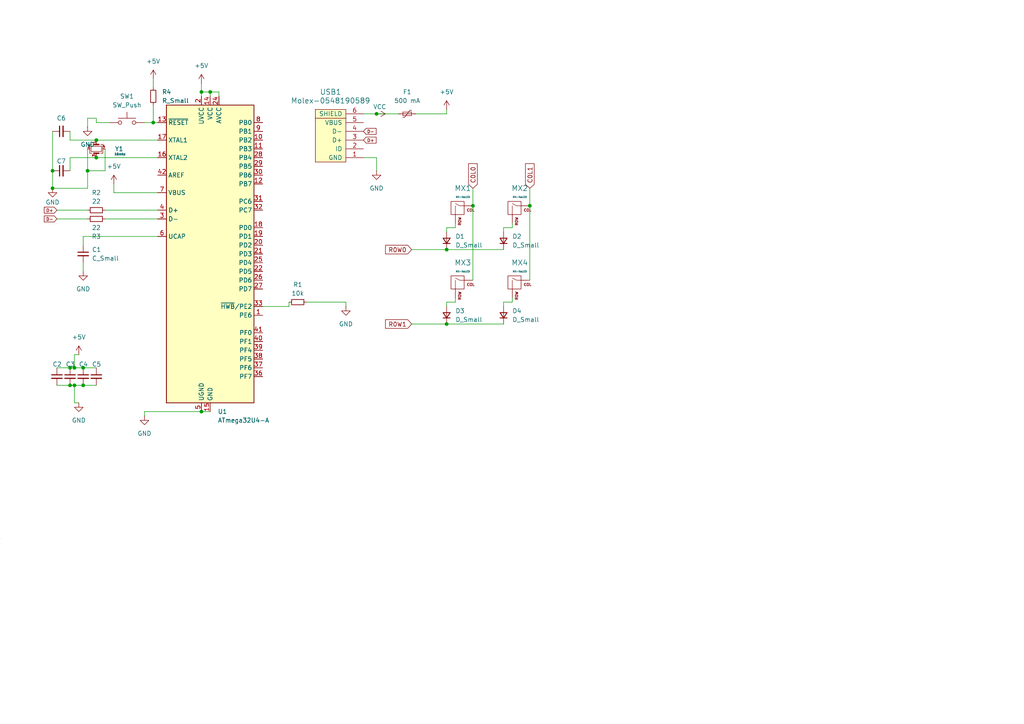
<source format=kicad_sch>
(kicad_sch (version 20231120) (generator "eeschema") (generator_version "8.0")
  (paper "A4")
  (lib_symbols
    (symbol "Device:C_Small" (pin_numbers hide) (pin_names (offset 0.254) hide)
      (property "Reference" "C" (at 0.254 1.778 0))
      (property "Value" "C_Small" (at 0.254 -2.032 0))
      (symbol "C_Small_0_1"
        (polyline (pts (xy -1.524 -0.508) (xy 1.524 -0.508)) (stroke (width 0.3302)))
        (polyline (pts (xy -1.524 0.508) (xy 1.524 0.508)) (stroke (width 0.3048)))
      )
      (symbol "C_Small_1_1"
        (pin passive line (at 0 2.54 270) (length 2.032) (name "~") (number "1"))
        (pin passive line (at 0 -2.54 90) (length 2.032) (name "~") (number "2"))
      )
    )
    (symbol "Device:Crystal_GND24_Small" (pin_names (offset 1.016) hide)
      (property "Reference" "Y" (at 1.27 4.445 0))
      (property "Value" "Crystal_GND24_Small" (at 1.27 2.54 0))
      (symbol "Crystal_GND24_Small_0_1"
        (rectangle (start -0.762 -1.524) (end 0.762 1.524))
        (polyline (pts (xy -1.27 -0.762) (xy -1.27 0.762)) (stroke (width 0.381)))
        (polyline (pts (xy 1.27 -0.762) (xy 1.27 0.762)) (stroke (width 0.381)))
        (polyline (pts (xy -1.27 -1.27) (xy -1.27 -1.905) (xy 1.27 -1.905) (xy 1.27 -1.27)))
        (polyline (pts (xy -1.27 1.27) (xy -1.27 1.905) (xy 1.27 1.905) (xy 1.27 1.27)))
      )
      (symbol "Crystal_GND24_Small_1_1"
        (pin passive line (at -2.54 0 0) (length 1.27) (name "1") (number "1"))
        (pin passive line (at 0 -2.54 90) (length 0.635) (name "2") (number "2"))
        (pin passive line (at 2.54 0 180) (length 1.27) (name "3") (number "3"))
        (pin passive line (at 0 2.54 270) (length 0.635) (name "4") (number "4"))
      )
    )
    (symbol "Device:D_Small" (pin_numbers hide) (pin_names (offset 0.254) hide)
      (property "Reference" "D" (at -1.27 2.032 0))
      (property "Value" "D_Small" (at -3.81 -2.032 0))
      (symbol "D_Small_0_1"
        (polyline (pts (xy -0.762 -1.016) (xy -0.762 1.016)) (stroke (width 0.254)))
        (polyline (pts (xy -0.762 0) (xy 0.762 0)))
        (polyline (pts (xy 0.762 -1.016) (xy -0.762 0) (xy 0.762 1.016) (xy 0.762 -1.016)) (stroke (width 0.254)))
      )
      (symbol "D_Small_1_1"
        (pin passive line (at -2.54 0 0) (length 1.778) (name "K") (number "1"))
        (pin passive line (at 2.54 0 180) (length 1.778) (name "A") (number "2"))
      )
    )
    (symbol "Device:Polyfuse_Small" (pin_numbers hide) (pin_names (offset 0))
      (property "Reference" "F" (at -1.905 0 90))
      (property "Value" "Polyfuse_Small" (at 1.905 0 90))
      (symbol "Polyfuse_Small_0_1"
        (rectangle (start -0.508 1.27) (end 0.508 -1.27))
        (polyline (pts (xy 0 2.54) (xy 0 -2.54)))
        (polyline (pts (xy -1.016 1.27) (xy -1.016 0.762) (xy 1.016 -0.762) (xy 1.016 -1.27)))
      )
      (symbol "Polyfuse_Small_1_1"
        (pin passive line (at 0 2.54 270) (length 0.635) (name "~") (number "1"))
        (pin passive line (at 0 -2.54 90) (length 0.635) (name "~") (number "2"))
      )
    )
    (symbol "Device:R_Small" (pin_numbers hide) (pin_names (offset 0.254) hide)
      (property "Reference" "R" (at 0.762 0.508 0))
      (property "Value" "R_Small" (at 0.762 -1.016 0))
      (symbol "R_Small_0_1"
        (rectangle (start -0.762 1.778) (end 0.762 -1.778) (stroke (width 0.2032)))
      )
      (symbol "R_Small_1_1"
        (pin passive line (at 0 2.54 270) (length 0.762) (name "~") (number "1"))
        (pin passive line (at 0 -2.54 90) (length 0.762) (name "~") (number "2"))
      )
    )
    (symbol "MCU_Microchip_ATmega:ATmega32U4-A"
      (property "Reference" "U" (at -12.7 44.45 0))
      (property "Value" "ATmega32U4-A" (at 2.54 -44.45 0))
      (symbol "ATmega32U4-A_0_1"
        (rectangle (start -12.7 -43.18) (end 12.7 43.18) (stroke (width 0.254)) (fill (type background)))
      )
      (symbol "ATmega32U4-A_1_1"
        (pin bidirectional line (at 15.24 -17.78 180) (length 2.54) (name "PE6") (number "1"))
        (pin bidirectional line (at 15.24 33.02 180) (length 2.54) (name "PB2") (number "10"))
        (pin bidirectional line (at 15.24 30.48 180) (length 2.54) (name "PB3") (number "11"))
        (pin bidirectional line (at 15.24 20.32 180) (length 2.54) (name "PB7") (number "12"))
        (pin input line (at -15.24 38.1 0) (length 2.54) (name "~{RESET}") (number "13"))
        (pin power_in line (at 0 45.72 270) (length 2.54) (name "VCC") (number "14"))
        (pin power_in line (at 0 -45.72 90) (length 2.54) (name "GND") (number "15"))
        (pin output line (at -15.24 27.94 0) (length 2.54) (name "XTAL2") (number "16"))
        (pin input line (at -15.24 33.02 0) (length 2.54) (name "XTAL1") (number "17"))
        (pin bidirectional line (at 15.24 7.62 180) (length 2.54) (name "PD0") (number "18"))
        (pin bidirectional line (at 15.24 5.08 180) (length 2.54) (name "PD1") (number "19"))
        (pin power_in line (at -2.54 45.72 270) (length 2.54) (name "UVCC") (number "2"))
        (pin bidirectional line (at 15.24 2.54 180) (length 2.54) (name "PD2") (number "20"))
        (pin bidirectional line (at 15.24 0 180) (length 2.54) (name "PD3") (number "21"))
        (pin bidirectional line (at 15.24 -5.08 180) (length 2.54) (name "PD5") (number "22"))
        (pin passive line (at 0 -45.72 90) (length 2.54) hide (name "GND") (number "23"))
        (pin power_in line (at 2.54 45.72 270) (length 2.54) (name "AVCC") (number "24"))
        (pin bidirectional line (at 15.24 -2.54 180) (length 2.54) (name "PD4") (number "25"))
        (pin bidirectional line (at 15.24 -7.62 180) (length 2.54) (name "PD6") (number "26"))
        (pin bidirectional line (at 15.24 -10.16 180) (length 2.54) (name "PD7") (number "27"))
        (pin bidirectional line (at 15.24 27.94 180) (length 2.54) (name "PB4") (number "28"))
        (pin bidirectional line (at 15.24 25.4 180) (length 2.54) (name "PB5") (number "29"))
        (pin bidirectional line (at -15.24 10.16 0) (length 2.54) (name "D-") (number "3"))
        (pin bidirectional line (at 15.24 22.86 180) (length 2.54) (name "PB6") (number "30"))
        (pin bidirectional line (at 15.24 15.24 180) (length 2.54) (name "PC6") (number "31"))
        (pin bidirectional line (at 15.24 12.7 180) (length 2.54) (name "PC7") (number "32"))
        (pin bidirectional line (at 15.24 -15.24 180) (length 2.54) (name "~{HWB}/PE2") (number "33"))
        (pin passive line (at 0 45.72 270) (length 2.54) hide (name "VCC") (number "34"))
        (pin passive line (at 0 -45.72 90) (length 2.54) hide (name "GND") (number "35"))
        (pin bidirectional line (at 15.24 -35.56 180) (length 2.54) (name "PF7") (number "36"))
        (pin bidirectional line (at 15.24 -33.02 180) (length 2.54) (name "PF6") (number "37"))
        (pin bidirectional line (at 15.24 -30.48 180) (length 2.54) (name "PF5") (number "38"))
        (pin bidirectional line (at 15.24 -27.94 180) (length 2.54) (name "PF4") (number "39"))
        (pin bidirectional line (at -15.24 12.7 0) (length 2.54) (name "D+") (number "4"))
        (pin bidirectional line (at 15.24 -25.4 180) (length 2.54) (name "PF1") (number "40"))
        (pin bidirectional line (at 15.24 -22.86 180) (length 2.54) (name "PF0") (number "41"))
        (pin passive line (at -15.24 22.86 0) (length 2.54) (name "AREF") (number "42"))
        (pin passive line (at 0 -45.72 90) (length 2.54) hide (name "GND") (number "43"))
        (pin passive line (at 2.54 45.72 270) (length 2.54) hide (name "AVCC") (number "44"))
        (pin passive line (at -2.54 -45.72 90) (length 2.54) (name "UGND") (number "5"))
        (pin passive line (at -15.24 5.08 0) (length 2.54) (name "UCAP") (number "6"))
        (pin input line (at -15.24 17.78 0) (length 2.54) (name "VBUS") (number "7"))
        (pin bidirectional line (at 15.24 38.1 180) (length 2.54) (name "PB0") (number "8"))
        (pin bidirectional line (at 15.24 35.56 180) (length 2.54) (name "PB1") (number "9"))
      )
    )
    (symbol "MX_Alps_Hybrid:MX-NoLED" (pin_names (offset 1.016))
      (property "Reference" "MX" (at -0.635 3.81 0))
      (property "Value" "MX-NoLED" (at -0.635 1.27 0))
      (symbol "MX-NoLED_0_0"
        (rectangle (start -2.54 2.54) (end 1.27 -1.27))
        (polyline (pts (xy -1.27 -1.27) (xy -1.27 1.27)) (stroke (width 0.127)))
        (polyline (pts (xy 1.27 1.27) (xy 0 1.27) (xy -1.27 1.905)) (stroke (width 0.127)))
        (text "COL" (at 3.175 0 0) (effects (font (size 0.762 0.762))))
        (text "ROW" (at 0 -1.905 900) (effects (font (size 0.762 0.762)) (justify right)))
      )
      (symbol "MX-NoLED_1_1"
        (pin passive line (at 3.81 1.27 180) (length 2.54) (name "COL") (number "1"))
        (pin passive line (at -1.27 -3.81 90) (length 2.54) (name "ROW") (number "2"))
      )
    )
    (symbol "Switch:SW_Push" (pin_numbers hide) (pin_names (offset 1.016) hide)
      (property "Reference" "SW" (at 1.27 2.54 0))
      (property "Value" "SW_Push" (at 0 -1.524 0))
      (symbol "SW_Push_0_1"
        (circle (center -2.032 0) (radius 0.508))
        (polyline (pts (xy 0 1.27) (xy 0 3.048)))
        (polyline (pts (xy 2.54 1.27) (xy -2.54 1.27)))
        (circle (center 2.032 0) (radius 0.508))
        (pin passive line (at -5.08 0 0) (length 2.54) (name "1") (number "1"))
        (pin passive line (at 5.08 0 180) (length 2.54) (name "2") (number "2"))
      )
    )
    (symbol "power:+5V" (power) (pin_numbers hide) (pin_names (offset 0) hide)
      (property "Value" "+5V" (at 0 3.556 0))
      (symbol "+5V_0_1"
        (polyline (pts (xy -0.762 1.27) (xy 0 2.54)))
        (polyline (pts (xy 0 0) (xy 0 2.54)))
        (polyline (pts (xy 0 2.54) (xy 0.762 1.27)))
      )
      (symbol "+5V_1_1"
        (pin power_in line (at 0 0 90) (length 0) (name "~") (number "1"))
      )
    )
    (symbol "power:GND" (power) (pin_numbers hide) (pin_names (offset 0) hide)
      (property "Value" "GND" (at 0 -3.81 0))
      (symbol "GND_0_1"
        (polyline (pts (xy 0 0) (xy 0 -1.27) (xy 1.27 -1.27) (xy 0 -2.54) (xy -1.27 -1.27) (xy 0 -1.27)))
      )
      (symbol "GND_1_1"
        (pin power_in line (at 0 0 270) (length 0) (name "~") (number "1"))
      )
    )
    (symbol "power:VCC" (power) (pin_numbers hide) (pin_names (offset 0) hide)
      (property "Value" "VCC" (at 0 3.556 0))
      (symbol "VCC_0_1"
        (polyline (pts (xy -0.762 1.27) (xy 0 2.54)))
        (polyline (pts (xy 0 0) (xy 0 2.54)))
        (polyline (pts (xy 0 2.54) (xy 0.762 1.27)))
      )
      (symbol "VCC_1_1"
        (pin power_in line (at 0 0 90) (length 0) (name "~") (number "1"))
      )
    )
    (symbol "random-keyboard-parts:Molex-0548190589" (pin_names (offset 1.016))
      (property "Reference" "USB" (at 0 7.62 0))
      (property "Value" "Molex-0548190589" (at 0 10.16 0))
      (symbol "Molex-0548190589_0_0"
        (polyline (pts (xy 6.35 -2.54) (xy 6.35 6.35)))
        (rectangle (start 8.89 -2.54) (end -6.35 6.35) (fill (type background)))
      )
      (symbol "Molex-0548190589_1_1"
        (pin input line (at -5.08 -7.62 90) (length 5.08) (name "GND") (number "1"))
        (pin input line (at -2.54 -7.62 90) (length 5.08) (name "ID") (number "2"))
        (pin input line (at 0 -7.62 90) (length 5.08) (name "D+") (number "3"))
        (pin input line (at 2.54 -7.62 90) (length 5.08) (name "D-") (number "4"))
        (pin input line (at 5.08 -7.62 90) (length 5.08) (name "VBUS") (number "5"))
        (pin input line (at 7.62 -7.62 90) (length 5.08) (name "SHIELD") (number "6"))
      )
    )
  )
  (junction (at 129.54 72.39))
  (junction (at 137.16 59.69))
  (junction (at 24.13 111.76))
  (junction (at 58.42 26.67))
  (junction (at 27.94 40.64))
  (junction (at 109.22 33.02))
  (junction (at 129.54 93.98))
  (junction (at 15.24 54.61))
  (junction (at 21.59 111.76))
  (junction (at 27.94 45.72))
  (junction (at 44.45 35.56))
  (junction (at 25.4 49.53))
  (junction (at 24.13 106.68))
  (junction (at 15.24 49.53))
  (junction (at 21.59 106.68))
  (junction (at 153.67 59.69))
  (junction (at 20.32 106.68))
  (junction (at 58.42 119.38))
  (junction (at 60.96 26.67))
  (junction (at 20.32 111.76))
  (bus_entry (at -2.54 153.67) (size 2.54 2.54))
  (wire (pts (xy 105.41 33.02) (xy 109.22 33.02)))
  (wire (pts (xy 148.59 86.36) (xy 148.59 87.63)))
  (wire (pts (xy 21.59 106.68) (xy 24.13 106.68)))
  (wire (pts (xy 132.08 66.04) (xy 129.54 66.04)))
  (wire (pts (xy 137.16 54.61) (xy 137.16 59.69)))
  (wire (pts (xy 132.08 87.63) (xy 129.54 87.63)))
  (wire (pts (xy 109.22 45.72) (xy 109.22 49.53)))
  (wire (pts (xy 146.05 87.63) (xy 146.05 88.9)))
  (wire (pts (xy 20.32 38.1) (xy 20.32 40.64)))
  (wire (pts (xy 24.13 106.68) (xy 27.94 106.68)))
  (wire (pts (xy 25.4 43.18) (xy 25.4 49.53)))
  (wire (pts (xy 146.05 66.04) (xy 146.05 67.31)))
  (wire (pts (xy 30.48 60.96) (xy 45.72 60.96)))
  (wire (pts (xy 21.59 111.76) (xy 24.13 111.76)))
  (wire (pts (xy 119.38 72.39) (xy 129.54 72.39)))
  (wire (pts (xy 129.54 93.98) (xy 146.05 93.98)))
  (wire (pts (xy 63.5 26.67) (xy 63.5 27.94)))
  (wire (pts (xy 24.13 111.76) (xy 27.94 111.76)))
  (wire (pts (xy 20.32 106.68) (xy 21.59 106.68)))
  (wire (pts (xy 21.59 116.84) (xy 22.86 116.84)))
  (wire (pts (xy 129.54 72.39) (xy 146.05 72.39)))
  (wire (pts (xy 16.51 106.68) (xy 20.32 106.68)))
  (wire (pts (xy 24.13 68.58) (xy 24.13 71.12)))
  (wire (pts (xy 15.24 54.61) (xy 25.4 54.61)))
  (wire (pts (xy 58.42 26.67) (xy 58.42 27.94)))
  (wire (pts (xy 27.94 35.56) (xy 27.94 34.29)))
  (wire (pts (xy 58.42 24.13) (xy 58.42 26.67)))
  (wire (pts (xy 148.59 66.04) (xy 146.05 66.04)))
  (wire (pts (xy 58.42 26.67) (xy 60.96 26.67)))
  (wire (pts (xy 27.94 34.29) (xy 25.4 34.29)))
  (wire (pts (xy 132.08 86.36) (xy 132.08 87.63)))
  (wire (pts (xy 20.32 111.76) (xy 21.59 111.76)))
  (wire (pts (xy 16.51 60.96) (xy 25.4 60.96)))
  (wire (pts (xy 44.45 22.86) (xy 44.45 25.4)))
  (wire (pts (xy 44.45 30.48) (xy 44.45 35.56)))
  (wire (pts (xy 33.02 53.34) (xy 33.02 55.88)))
  (wire (pts (xy 58.42 119.38) (xy 60.96 119.38)))
  (wire (pts (xy 24.13 68.58) (xy 45.72 68.58)))
  (wire (pts (xy 27.94 45.72) (xy 45.72 45.72)))
  (wire (pts (xy 109.22 33.02) (xy 115.57 33.02)))
  (wire (pts (xy 21.59 111.76) (xy 21.59 116.84)))
  (wire (pts (xy 15.24 49.53) (xy 15.24 54.61)))
  (wire (pts (xy 45.72 40.64) (xy 27.94 40.64)))
  (wire (pts (xy 20.32 45.72) (xy 27.94 45.72)))
  (wire (pts (xy 148.59 87.63) (xy 146.05 87.63)))
  (wire (pts (xy 153.67 59.69) (xy 153.67 81.28)))
  (wire (pts (xy 25.4 49.53) (xy 30.48 49.53)))
  (wire (pts (xy 105.41 45.72) (xy 109.22 45.72)))
  (wire (pts (xy 60.96 26.67) (xy 60.96 27.94)))
  (wire (pts (xy 100.33 87.63) (xy 100.33 88.9)))
  (wire (pts (xy 41.91 119.38) (xy 41.91 120.65)))
  (wire (pts (xy 31.75 35.56) (xy 27.94 35.56)))
  (wire (pts (xy 16.51 111.76) (xy 20.32 111.76)))
  (wire (pts (xy 25.4 49.53) (xy 25.4 54.61)))
  (wire (pts (xy 30.48 63.5) (xy 45.72 63.5)))
  (wire (pts (xy 24.13 76.2) (xy 24.13 78.74)))
  (wire (pts (xy 41.91 35.56) (xy 44.45 35.56)))
  (wire (pts (xy 119.38 93.98) (xy 129.54 93.98)))
  (wire (pts (xy 33.02 55.88) (xy 45.72 55.88)))
  (wire (pts (xy 27.94 40.64) (xy 20.32 40.64)))
  (wire (pts (xy 148.59 64.77) (xy 148.59 66.04)))
  (wire (pts (xy 21.59 102.87) (xy 22.86 102.87)))
  (wire (pts (xy 129.54 66.04) (xy 129.54 67.31)))
  (wire (pts (xy 88.9 87.63) (xy 100.33 87.63)))
  (wire (pts (xy 60.96 26.67) (xy 63.5 26.67)))
  (wire (pts (xy 83.82 87.63) (xy 83.82 88.9)))
  (wire (pts (xy 129.54 87.63) (xy 129.54 88.9)))
  (wire (pts (xy 41.91 119.38) (xy 58.42 119.38)))
  (wire (pts (xy 76.2 88.9) (xy 83.82 88.9)))
  (wire (pts (xy 129.54 31.75) (xy 129.54 33.02)))
  (wire (pts (xy 137.16 59.69) (xy 137.16 81.28)))
  (wire (pts (xy 21.59 106.68) (xy 21.59 102.87)))
  (wire (pts (xy 20.32 49.53) (xy 20.32 45.72)))
  (wire (pts (xy 15.24 38.1) (xy 15.24 49.53)))
  (wire (pts (xy 25.4 34.29) (xy 25.4 36.83)))
  (wire (pts (xy 132.08 64.77) (xy 132.08 66.04)))
  (wire (pts (xy 120.65 33.02) (xy 129.54 33.02)))
  (wire (pts (xy 16.51 63.5) (xy 25.4 63.5)))
  (wire (pts (xy 153.67 54.61) (xy 153.67 59.69)))
  (wire (pts (xy 44.45 35.56) (xy 45.72 35.56)))
  (wire (pts (xy 30.48 43.18) (xy 30.48 49.53)))
  (global_label "D+" (shape input) (at 16.51 60.96 180) (effects (font (size 0.889 0.889))) (property "Intersheetrefs" "${INTERSHEET_REFS}" (effects (hide yes))))
  (global_label "D+" (shape input) (at 105.41 40.64 0) (effects (font (size 0.889 0.889))) (property "Intersheetrefs" "${INTERSHEET_REFS}" (effects (hide yes))))
  (global_label "D-" (shape input) (at 16.51 63.5 180) (effects (font (size 0.889 0.889))) (property "Intersheetrefs" "${INTERSHEET_REFS}" (effects (hide yes))))
  (global_label "C0L1" (shape input) (at 153.67 54.61 90) (property "Intersheetrefs" "${INTERSHEET_REFS}" (effects (hide yes))))
  (global_label "D-" (shape input) (at 105.41 38.1 0) (effects (font (size 0.889 0.889))) (property "Intersheetrefs" "${INTERSHEET_REFS}" (effects (hide yes))))
  (global_label "C0L0" (shape input) (at 137.16 54.61 90) (property "Intersheetrefs" "${INTERSHEET_REFS}" (effects (hide yes))))
  (global_label "R0W0" (shape input) (at 119.38 72.39 180) (property "Intersheetrefs" "${INTERSHEET_REFS}" (effects (hide yes))))
  (global_label "R0W1" (shape input) (at 119.38 93.98 180) (property "Intersheetrefs" "${INTERSHEET_REFS}" (effects (hide yes))))
  (symbol (lib_id "power:+5V") (at 129.54 31.75 0) (unit 1)
    (property "Reference" "#PWR011" (effects (hide yes)))
    (property "Value" "+5V" (at 129.54 26.67 0))
    (property "Description" "Power symbol creates a global label with name \"+5V\"" (effects (hide yes)))
  )
  (symbol (lib_id "Device:C_Small") (at 20.32 109.22 0) (unit 1)
    (property "Reference" "C3" (at 19.05 105.664 0) (effects (justify left)))
    (property "Value" "C_Small" (effects (hide yes)))
    (property "Footprint" "Capacitor_SMD:C_0805_2012Metric_Pad1.18x1.45mm_HandSolder" (effects (hide yes)))
    (property "Description" "Unpolarized capacitor, small symbol" (effects (hide yes)))
  )
  (symbol (lib_id "Device:Crystal_GND24_Small") (at 27.94 43.18 270) (unit 1)
    (property "Reference" "Y1" (at 34.544 43.18 90))
    (property "Value" "16mhz" (at 34.798 44.704 90) (effects (font (size 0.635 0.635))))
    (property "Footprint" "Crystal:Crystal_SMD_3225-4Pin_3.2x2.5mm" (effects (hide yes)))
    (property "Description" "Four pin crystal, GND on pins 2 and 4, small symbol" (effects (hide yes)))
  )
  (symbol (lib_id "power:GND") (at 41.91 120.65 0) (unit 1)
    (property "Reference" "#PWR02" (effects (hide yes)))
    (property "Value" "GND" (at 41.91 125.73 0))
    (property "Description" "Power symbol creates a global label with name \"GND\" , ground" (effects (hide yes)))
  )
  (symbol (lib_id "power:+5V") (at 22.86 102.87 0) (unit 1)
    (property "Reference" "#PWR06" (effects (hide yes)))
    (property "Value" "+5V" (at 22.86 97.79 0))
    (property "Description" "Power symbol creates a global label with name \"+5V\"" (effects (hide yes)))
  )
  (symbol (lib_id "Device:C_Small") (at 17.78 38.1 90) (unit 1)
    (property "Reference" "C6" (at 17.7863 34.29 90))
    (property "Value" "C_Small" (effects (hide yes)))
    (property "Footprint" "Capacitor_SMD:C_0805_2012Metric" (effects (hide yes)))
    (property "Description" "Unpolarized capacitor, small symbol" (effects (hide yes)))
  )
  (symbol (lib_id "Device:C_Small") (at 17.78 49.53 90) (unit 1)
    (property "Reference" "C7" (at 17.78 46.736 90))
    (property "Value" "C_Small" (effects (hide yes)))
    (property "Footprint" "Capacitor_SMD:C_0805_2012Metric" (effects (hide yes)))
    (property "Description" "Unpolarized capacitor, small symbol" (effects (hide yes)))
  )
  (symbol (lib_id "power:GND") (at 25.4 36.83 0) (unit 1)
    (property "Reference" "#PWR09" (effects (hide yes)))
    (property "Value" "GND" (at 25.4 41.91 0))
    (property "Description" "Power symbol creates a global label with name \"GND\" , ground" (effects (hide yes)))
  )
  (symbol (lib_id "Device:D_Small") (at 146.05 91.44 90) (unit 1)
    (property "Reference" "D4" (at 148.59 90.1699 90) (effects (justify right)))
    (property "Value" "D_Small" (at 148.59 92.7099 90) (effects (justify right)))
    (property "Footprint" "Diode_SMD:D_SOD-123" (effects (hide yes)))
    (property "Description" "Diode, small symbol" (effects (hide yes)))
    (property "Sim.Device" "D" (effects (hide yes)))
    (property "Sim.Pins" "1=K 2=A" (effects (hide yes)))
  )
  (symbol (lib_id "power:+5V") (at 58.42 24.13 0) (unit 1)
    (property "Reference" "#PWR01" (effects (hide yes)))
    (property "Value" "+5V" (at 58.42 19.05 0))
    (property "Description" "Power symbol creates a global label with name \"+5V\"" (effects (hide yes)))
  )
  (symbol (lib_id "Device:D_Small") (at 129.54 69.85 90) (unit 1)
    (property "Reference" "D1" (at 132.08 68.5799 90) (effects (justify right)))
    (property "Value" "D_Small" (at 132.08 71.1199 90) (effects (justify right)))
    (property "Footprint" "Diode_SMD:D_SOD-123" (effects (hide yes)))
    (property "Description" "Diode, small symbol" (effects (hide yes)))
    (property "Sim.Device" "D" (effects (hide yes)))
    (property "Sim.Pins" "1=K 2=A" (effects (hide yes)))
  )
  (symbol (lib_id "Device:R_Small") (at 44.45 27.94 0) (unit 1)
    (property "Reference" "R4" (at 46.99 26.6699 0) (effects (justify left)))
    (property "Value" "R_Small" (at 46.99 29.2099 0) (effects (justify left)))
    (property "Footprint" "Resistor_SMD:R_0805_2012Metric" (effects (hide yes)))
    (property "Description" "Resistor, small symbol" (effects (hide yes)))
  )
  (symbol (lib_id "power:GND") (at 109.22 49.53 0) (unit 1)
    (property "Reference" "#PWR013" (effects (hide yes)))
    (property "Value" "GND" (at 109.22 54.61 0))
    (property "Description" "Power symbol creates a global label with name \"GND\" , ground" (effects (hide yes)))
  )
  (symbol (lib_id "Device:C_Small") (at 27.94 109.22 0) (unit 1)
    (property "Reference" "C5" (at 26.67 105.664 0) (effects (justify left)))
    (property "Value" "C_Small" (effects (hide yes)))
    (property "Footprint" "Capacitor_SMD:C_0805_2012Metric" (effects (hide yes)))
    (property "Description" "Unpolarized capacitor, small symbol" (effects (hide yes)))
  )
  (symbol (lib_id "Switch:SW_Push") (at 36.83 35.56 0) (unit 1)
    (property "Reference" "SW1" (at 36.83 27.94 0))
    (property "Value" "SW_Push" (at 36.83 30.48 0))
    (property "Footprint" "random-keyboard-parts:SKQG-1155865" (effects (hide yes)))
    (property "Description" "Push button switch, generic, two pins" (effects (hide yes)))
  )
  (symbol (lib_id "power:+5V") (at 44.45 22.86 0) (unit 1)
    (property "Reference" "#PWR010" (effects (hide yes)))
    (property "Value" "+5V" (at 44.45 17.78 0))
    (property "Description" "Power symbol creates a global label with name \"+5V\"" (effects (hide yes)))
  )
  (symbol (lib_id "power:GND") (at 24.13 78.74 0) (unit 1)
    (property "Reference" "#PWR04" (effects (hide yes)))
    (property "Value" "GND" (at 24.13 83.82 0))
    (property "Description" "Power symbol creates a global label with name \"GND\" , ground" (effects (hide yes)))
  )
  (symbol (lib_id "power:VCC") (at 109.22 33.02 270) (unit 1)
    (property "Reference" "#PWR012" (effects (hide yes)))
    (property "Value" "VCC" (at 108.204 30.988 90) (effects (justify left)))
    (property "Description" "Power symbol creates a global label with name \"VCC\"" (effects (hide yes)))
  )
  (symbol (lib_id "Device:D_Small") (at 129.54 91.44 90) (unit 1)
    (property "Reference" "D3" (at 132.08 90.1699 90) (effects (justify right)))
    (property "Value" "D_Small" (at 132.08 92.7099 90) (effects (justify right)))
    (property "Footprint" "Diode_SMD:D_SOD-123" (effects (hide yes)))
    (property "Description" "Diode, small symbol" (effects (hide yes)))
    (property "Sim.Device" "D" (effects (hide yes)))
    (property "Sim.Pins" "1=K 2=A" (effects (hide yes)))
  )
  (symbol (lib_id "Device:R_Small") (at 27.94 63.5 90) (unit 1)
    (property "Reference" "R3" (at 27.94 68.58 90))
    (property "Value" "22" (at 27.94 66.04 90))
    (property "Footprint" "Resistor_SMD:R_0805_2012Metric" (effects (hide yes)))
    (property "Description" "Resistor, small symbol" (effects (hide yes)))
  )
  (symbol (lib_id "MX_Alps_Hybrid:MX-NoLED") (at 133.35 60.96 0) (unit 1)
    (property "Reference" "MX1" (at 134.2452 54.61 0) (effects (font (size 1.524 1.524))))
    (property "Value" "MX-NoLED" (at 134.2452 57.15 0) (effects (font (size 0.508 0.508))))
    (property "Footprint" "MX_Only:MXOnly-1U-Hotswap-LED" (effects (hide yes)))
  )
  (symbol (lib_id "Device:R_Small") (at 86.36 87.63 90) (unit 1)
    (property "Reference" "R1" (at 86.36 82.55 90))
    (property "Value" "10k" (at 86.36 85.09 90))
    (property "Footprint" "Resistor_SMD:R_0805_2012Metric" (effects (hide yes)))
    (property "Description" "Resistor, small symbol" (effects (hide yes)))
  )
  (symbol (lib_id "power:+5V") (at 33.02 53.34 0) (unit 1)
    (property "Reference" "#PWR07" (effects (hide yes)))
    (property "Value" "+5V" (at 33.02 48.26 0))
    (property "Description" "Power symbol creates a global label with name \"+5V\"" (effects (hide yes)))
  )
  (symbol (lib_id "Device:D_Small") (at 146.05 69.85 90) (unit 1)
    (property "Reference" "D2" (at 148.59 68.5799 90) (effects (justify right)))
    (property "Value" "D_Small" (at 148.59 71.1199 90) (effects (justify right)))
    (property "Footprint" "Diode_SMD:D_SOD-123" (effects (hide yes)))
    (property "Description" "Diode, small symbol" (effects (hide yes)))
    (property "Sim.Device" "D" (effects (hide yes)))
    (property "Sim.Pins" "1=K 2=A" (effects (hide yes)))
  )
  (symbol (lib_id "Device:Polyfuse_Small") (at 118.11 33.02 90) (unit 1)
    (property "Reference" "F1" (at 118.11 26.67 90))
    (property "Value" "500 mA" (at 118.11 29.21 90))
    (property "Footprint" "Fuse:Fuse_1206_3216Metric" (effects (hide yes)))
    (property "Description" "Resettable fuse, polymeric positive temperature coefficient, small symbol" (effects (hide yes)))
  )
  (symbol (lib_id "Device:C_Small") (at 24.13 109.22 0) (unit 1)
    (property "Reference" "C4" (at 22.86 105.664 0) (effects (justify left)))
    (property "Value" "C_Small" (effects (hide yes)))
    (property "Footprint" "Capacitor_SMD:C_0805_2012Metric" (effects (hide yes)))
    (property "Description" "Unpolarized capacitor, small symbol" (effects (hide yes)))
  )
  (symbol (lib_id "MX_Alps_Hybrid:MX-NoLED") (at 149.86 82.55 0) (unit 1)
    (property "Reference" "MX4" (at 150.7552 76.2 0) (effects (font (size 1.524 1.524))))
    (property "Value" "MX-NoLED" (at 150.7552 78.74 0) (effects (font (size 0.508 0.508))))
    (property "Footprint" "MX_Only:MXOnly-1U-Hotswap-LED" (effects (hide yes)))
  )
  (symbol (lib_id "power:GND") (at 22.86 116.84 0) (unit 1)
    (property "Reference" "#PWR05" (effects (hide yes)))
    (property "Value" "GND" (at 22.86 121.92 0))
    (property "Description" "Power symbol creates a global label with name \"GND\" , ground" (effects (hide yes)))
  )
  (symbol (lib_id "MCU_Microchip_ATmega:ATmega32U4-A") (at 60.96 73.66 0) (unit 1)
    (property "Reference" "U1" (at 63.1541 119.38 0) (effects (justify left)))
    (property "Value" "ATmega32U4-A" (at 63.1541 121.92 0) (effects (justify left)))
    (property "Footprint" "Package_QFP:TQFP-44_10x10mm_P0.8mm" (effects (hide yes)))
    (property "Datasheet" "http://ww1.microchip.com/downloads/en/DeviceDoc/Atmel-7766-8-bit-AVR-ATmega16U4-32U4_Datasheet.pdf" (effects (hide yes)))
    (property "Description" "16MHz, 32kB Flash, 2.5kB SRAM, 1kB EEPROM, USB 2.0, TQFP-44" (effects (hide yes)))
  )
  (symbol (lib_id "power:GND") (at 100.33 88.9 0) (unit 1)
    (property "Reference" "#PWR03" (effects (hide yes)))
    (property "Value" "GND" (at 100.33 93.98 0))
    (property "Description" "Power symbol creates a global label with name \"GND\" , ground" (effects (hide yes)))
  )
  (symbol (lib_id "Device:C_Small") (at 24.13 73.66 0) (unit 1)
    (property "Reference" "C1" (at 26.67 72.3962 0) (effects (justify left)))
    (property "Value" "C_Small" (at 26.67 74.9362 0) (effects (justify left)))
    (property "Footprint" "Capacitor_SMD:C_0805_2012Metric" (effects (hide yes)))
    (property "Description" "Unpolarized capacitor, small symbol" (effects (hide yes)))
  )
  (symbol (lib_id "Device:R_Small") (at 27.94 60.96 90) (unit 1)
    (property "Reference" "R2" (at 27.94 55.88 90))
    (property "Value" "22" (at 27.94 58.42 90))
    (property "Footprint" "Resistor_SMD:R_0805_2012Metric" (effects (hide yes)))
    (property "Description" "Resistor, small symbol" (effects (hide yes)))
  )
  (symbol (lib_id "power:GND") (at 15.24 54.61 0) (unit 1)
    (property "Reference" "#PWR08" (effects (hide yes)))
    (property "Value" "GND" (at 15.24 58.674 0))
    (property "Description" "Power symbol creates a global label with name \"GND\" , ground" (effects (hide yes)))
  )
  (symbol (lib_id "MX_Alps_Hybrid:MX-NoLED") (at 133.35 82.55 0) (unit 1)
    (property "Reference" "MX3" (at 134.2452 76.2 0) (effects (font (size 1.524 1.524))))
    (property "Value" "MX-NoLED" (at 134.2452 78.74 0) (effects (font (size 0.508 0.508))))
    (property "Footprint" "MX_Only:MXOnly-1U-Hotswap-LED" (effects (hide yes)))
  )
  (symbol (lib_id "MX_Alps_Hybrid:MX-NoLED") (at 149.86 60.96 0) (unit 1)
    (property "Reference" "MX2" (at 150.7552 54.61 0) (effects (font (size 1.524 1.524))))
    (property "Value" "MX-NoLED" (at 150.7552 57.15 0) (effects (font (size 0.508 0.508))))
    (property "Footprint" "MX_Only:MXOnly-1U-Hotswap-LED" (effects (hide yes)))
  )
  (symbol (lib_id "random-keyboard-parts:Molex-0548190589") (at 97.79 40.64 90) (unit 1)
    (property "Reference" "USB1" (at 95.885 26.67 90) (effects (font (size 1.524 1.524))))
    (property "Value" "Molex-0548190589" (at 95.885 29.21 90) (effects (font (size 1.524 1.524))))
    (property "Footprint" "random-keyboard-parts:Molex-0548190589" (effects (hide yes)))
  )
  (symbol (lib_id "Device:C_Small") (at 16.51 109.22 0) (unit 1)
    (property "Reference" "C2" (at 15.24 105.664 0) (effects (justify left)))
    (property "Value" "C_Small" (effects (hide yes)))
    (property "Footprint" "Capacitor_SMD:C_0805_2012Metric" (effects (hide yes)))
    (property "Description" "Unpolarized capacitor, small symbol" (effects (hide yes)))
  )
)
</source>
